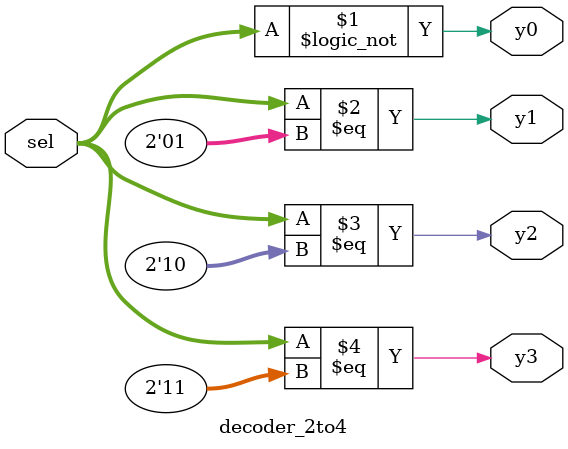
<source format=v>
`timescale 1ns / 1ps

module decoder_2to4 (
    input wire [1:0] sel,
    output wire y0,
    output wire y1,
    output wire y2,
    output wire y3
);
    assign y0 = (sel == 2'b00);
    assign y1 = (sel == 2'b01);
    assign y2 = (sel == 2'b10);
    assign y3 = (sel == 2'b11);
endmodule

</source>
